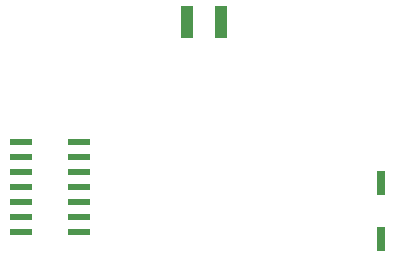
<source format=gbr>
G04 EAGLE Gerber RS-274X export*
G75*
%MOMM*%
%FSLAX34Y34*%
%LPD*%
%INSolderpaste Top*%
%IPPOS*%
%AMOC8*
5,1,8,0,0,1.08239X$1,22.5*%
G01*
G04 Define Apertures*
%ADD10R,1.069700X2.770200*%
%ADD11R,0.677000X1.990200*%
%ADD12R,1.969400X0.604500*%
D10*
X255703Y370000D03*
X284297Y370000D03*
D11*
X420000Y186293D03*
X420000Y233707D03*
D12*
X115264Y268100D03*
X115264Y255400D03*
X115264Y242700D03*
X115264Y230000D03*
X115264Y217300D03*
X115264Y204600D03*
X115264Y191900D03*
X164736Y191900D03*
X164736Y204600D03*
X164736Y217300D03*
X164736Y230000D03*
X164736Y242700D03*
X164736Y255400D03*
X164736Y268100D03*
M02*

</source>
